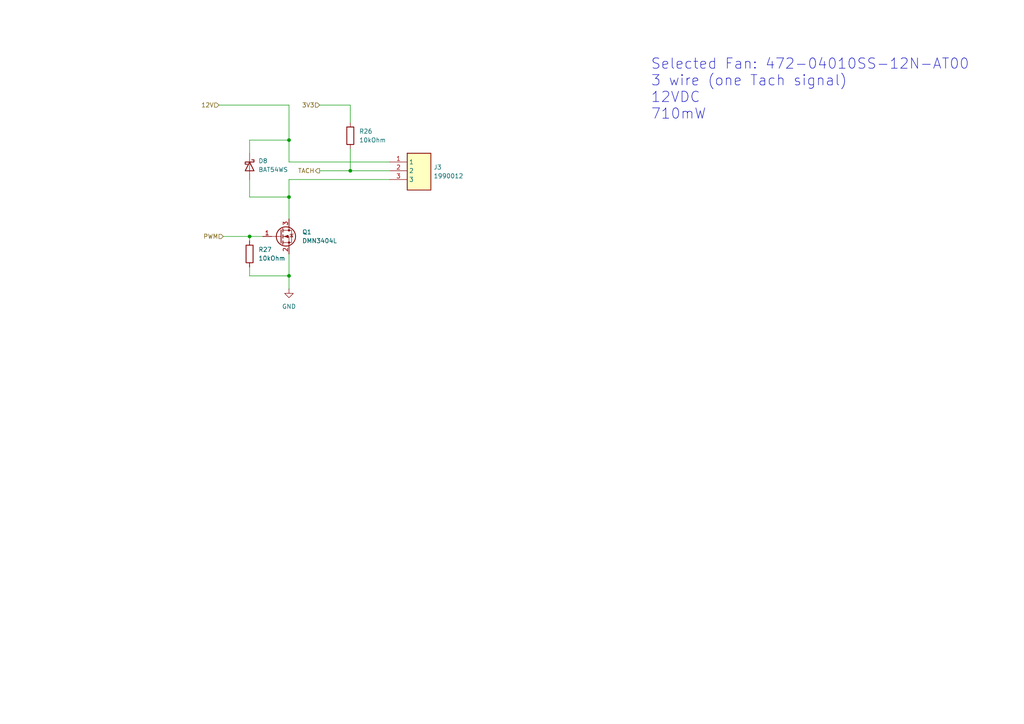
<source format=kicad_sch>
(kicad_sch (version 20231120) (generator "eeschema") (generator_version "8.0")
  (paper "A4")
  (lib_symbols
    (symbol "benediktibk:1990012"
      (property "Reference" "J" (at 16.51 7.62 0))
      (property "Value" "1990012" (at 16.51 5.08 0))
      (symbol "1990012_1_1"
        (rectangle (start 5.08 2.54) (end 11.938 -8.128) (stroke (width 0.254)) (fill (type background)))
        (pin passive line (at 0 0 0) (length 5.08) (name "1") (number "1"))
        (pin passive line (at 0 -2.54 0) (length 5.08) (name "2") (number "2"))
        (pin passive line (at 0 -5.08 0) (length 5.08) (name "3") (number "3"))
      )
    )
    (symbol "benediktibk:BAT54WS" (pin_numbers hide) (pin_names (offset 1.016) hide)
      (property "Reference" "D" (at 0 2.54 0))
      (property "Value" "BAT54WS" (at 0 -2.54 0))
      (symbol "BAT54WS_0_1"
        (polyline (pts (xy 1.27 0) (xy -1.27 0)))
        (polyline (pts (xy 1.27 1.27) (xy 1.27 -1.27) (xy -1.27 0) (xy 1.27 1.27)) (stroke (width 0.254)))
        (polyline (pts (xy -1.905 0.635) (xy -1.905 1.27) (xy -1.27 1.27) (xy -1.27 -1.27) (xy -0.635 -1.27) (xy -0.635 -0.635)) (stroke (width 0.254)))
      )
      (symbol "BAT54WS_1_1"
        (pin passive line (at -3.81 0 0) (length 2.54) (name "K") (number "1"))
        (pin passive line (at 3.81 0 180) (length 2.54) (name "A") (number "2"))
      )
    )
    (symbol "benediktibk:DMN3404L" (pin_names (offset 0) hide)
      (property "Reference" "Q" (at 5.08 1.27 0))
      (property "Value" "DMN3404L" (at 5.08 -1.27 0))
      (symbol "DMN3404L_0_1"
        (polyline (pts (xy 0.254 0) (xy -2.54 0)))
        (polyline (pts (xy 0.254 1.905) (xy 0.254 -1.905)) (stroke (width 0.254)))
        (polyline (pts (xy 0.762 -1.27) (xy 0.762 -2.286)) (stroke (width 0.254)))
        (polyline (pts (xy 0.762 0.508) (xy 0.762 -0.508)) (stroke (width 0.254)))
        (polyline (pts (xy 0.762 2.286) (xy 0.762 1.27)) (stroke (width 0.254)))
        (polyline (pts (xy 2.54 2.54) (xy 2.54 1.778)))
        (polyline (pts (xy 2.54 -2.54) (xy 2.54 0) (xy 0.762 0)))
        (polyline (pts (xy 0.762 1.778) (xy 3.302 1.778) (xy 3.302 -1.778) (xy 0.762 -1.778)))
        (polyline (pts (xy 1.27 0) (xy 2.286 0.381) (xy 2.286 -0.381) (xy 1.27 0)) (fill (type outline)))
        (polyline (pts (xy 2.794 0.508) (xy 2.921 0.635) (xy 3.683 0.635) (xy 3.81 0.762)))
        (polyline (pts (xy 3.302 0.508) (xy 2.921 -0.127) (xy 3.683 -0.127) (xy 3.302 0.508)))
        (circle (center 1.651 0) (radius 2.794) (stroke (width 0.254)))
        (circle (center 2.54 -1.778) (radius 0.254) (fill (type outline)))
        (circle (center 2.54 1.778) (radius 0.254) (fill (type outline)))
      )
      (symbol "DMN3404L_1_1"
        (pin input line (at -5.08 0 0) (length 2.54) (name "G") (number "1"))
        (pin passive line (at 2.54 -5.08 90) (length 2.54) (name "S") (number "2"))
        (pin passive line (at 2.54 5.08 270) (length 2.54) (name "D") (number "3"))
      )
    )
    (symbol "benediktibk:R_10kOhm_SMD_0603_100mW_1%" (pin_numbers hide) (pin_names (offset 0))
      (property "Reference" "R" (at 2.032 0 90))
      (property "Value" "R_10kOhm_SMD_0603_100mW_1%" (at -5.588 -1.016 90))
      (symbol "R_10kOhm_SMD_0603_100mW_1%_0_1"
        (rectangle (start -1.016 -2.54) (end 1.016 2.54) (stroke (width 0.254)))
      )
      (symbol "R_10kOhm_SMD_0603_100mW_1%_1_1"
        (pin passive line (at 0 3.81 270) (length 1.27) (name "~") (number "1"))
        (pin passive line (at 0 -3.81 90) (length 1.27) (name "~") (number "2"))
      )
    )
    (symbol "power:GND" (power) (pin_numbers hide) (pin_names (offset 0) hide)
      (property "Value" "GND" (at 0 -3.81 0))
      (symbol "GND_0_1"
        (polyline (pts (xy 0 0) (xy 0 -1.27) (xy 1.27 -1.27) (xy 0 -2.54) (xy -1.27 -1.27) (xy 0 -1.27)))
      )
      (symbol "GND_1_1"
        (pin power_in line (at 0 0 270) (length 0) (name "~") (number "1"))
      )
    )
  )
  (junction (at 101.6 49.53))
  (junction (at 72.39 68.58))
  (junction (at 83.82 80.01))
  (junction (at 83.82 57.15))
  (junction (at 83.82 40.64))
  (wire (pts (xy 72.39 52.07) (xy 72.39 57.15)))
  (wire (pts (xy 101.6 43.18) (xy 101.6 49.53)))
  (wire (pts (xy 83.82 46.99) (xy 113.03 46.99)))
  (wire (pts (xy 63.5 30.48) (xy 83.82 30.48)))
  (wire (pts (xy 83.82 80.01) (xy 83.82 83.82)))
  (wire (pts (xy 72.39 77.47) (xy 72.39 80.01)))
  (wire (pts (xy 101.6 30.48) (xy 92.71 30.48)))
  (wire (pts (xy 101.6 35.56) (xy 101.6 30.48)))
  (wire (pts (xy 83.82 40.64) (xy 83.82 46.99)))
  (wire (pts (xy 72.39 44.45) (xy 72.39 40.64)))
  (wire (pts (xy 64.77 68.58) (xy 72.39 68.58)))
  (wire (pts (xy 72.39 80.01) (xy 83.82 80.01)))
  (wire (pts (xy 72.39 68.58) (xy 72.39 69.85)))
  (wire (pts (xy 72.39 40.64) (xy 83.82 40.64)))
  (wire (pts (xy 83.82 30.48) (xy 83.82 40.64)))
  (wire (pts (xy 92.71 49.53) (xy 101.6 49.53)))
  (wire (pts (xy 72.39 68.58) (xy 76.2 68.58)))
  (wire (pts (xy 83.82 57.15) (xy 83.82 63.5)))
  (wire (pts (xy 101.6 49.53) (xy 113.03 49.53)))
  (wire (pts (xy 83.82 73.66) (xy 83.82 80.01)))
  (wire (pts (xy 83.82 52.07) (xy 83.82 57.15)))
  (wire (pts (xy 72.39 57.15) (xy 83.82 57.15)))
  (wire (pts (xy 113.03 52.07) (xy 83.82 52.07)))
  (text "Selected Fan: 472-04010SS-12N-AT00\n3 wire (one Tach signal)\n12VDC\n710mW" (at 188.722 25.908 0) (effects (font (size 3 3)) (justify left)))
  (hierarchical_label "TACH" (shape output) (at 92.71 49.53 180))
  (hierarchical_label "3V3" (shape input) (at 92.71 30.48 180))
  (hierarchical_label "PWM" (shape input) (at 64.77 68.58 180))
  (hierarchical_label "12V" (shape input) (at 63.5 30.48 180))
  (symbol (lib_id "benediktibk:DMN3404L") (at 81.28 68.58 0) (unit 1)
    (property "Reference" "Q1" (at 87.63 67.3099 0) (effects (justify left)))
    (property "Value" "DMN3404L" (at 87.63 69.8499 0) (effects (justify left)))
    (property "Footprint" "benediktibk:SOT-23" (effects (hide yes)))
    (property "Description" "n-MOSFET transistor, drain/gate/source" (effects (hide yes)))
    (property "RS order number" "751-4171" (effects (hide yes)))
    (property "Mouser Part Number" "621-DMN3404L-7" (effects (hide yes)))
  )
  (symbol (lib_id "benediktibk:1990012") (at 113.03 46.99 0) (unit 1)
    (property "Reference" "J3" (at 125.73 48.5139 0) (effects (justify left)))
    (property "Value" "1990012" (at 125.73 51.0539 0) (effects (justify left)))
    (property "Footprint" "benediktibk:1990012" (effects (hide yes)))
    (property "Datasheet" "https://datasheet.datasheetarchive.com/originals/distributors/SFDatasheet-2/sf-00059270.pdf" (effects (hide yes)))
    (property "Description" "PCB terminal block, nominal current: 2 A, rated voltage (III/2): 250 V, nominal cross section: 0.5 mm, number of potentials: 3, number of rows: 1, number of positions per row: 3, product range: PTSA 0,5, pitch: 2.5 mm, connection method: Push-in spring connection, mounting: Wave soldering, conductor/PCB connection direction: 45 , color: green, Pin layout: Zigzag pinning M, Solder pin [P]: 3.6 mm, number of solder pins per potential: 1, type of packaging: packed in cardboard. Offset soldering legs, two-row" (effects (hide yes)))
    (property "Height" "13" (effects (hide yes)))
    (property "Mouser Part Number" "651-1990012" (effects (hide yes)))
    (property "Mouser Price/Stock" "https://www.mouser.co.uk/ProductDetail/Phoenix-Contact/1990012?qs=sps7W%2FwBcGGWSVcoaRrR7w%3D%3D" (effects (hide yes)))
    (property "Manufacturer_Name" "Phoenix Contact" (effects (hide yes)))
    (property "Manufacturer_Part_Number" "1990012" (effects (hide yes)))
  )
  (symbol (lib_id "power:GND") (at 83.82 83.82 0) (unit 1)
    (property "Reference" "#PWR40" (effects (hide yes)))
    (property "Value" "GND" (at 83.82 88.9 0))
    (property "Description" "Power symbol creates a global label with name \"GND\" , ground" (effects (hide yes)))
  )
  (symbol (lib_id "benediktibk:BAT54WS") (at 72.39 48.26 270) (unit 1)
    (property "Reference" "D8" (at 74.93 46.6724 90) (effects (justify left)))
    (property "Value" "BAT54WS" (at 74.93 49.2124 90) (effects (justify left)))
    (property "Footprint" "benediktibk:D_SOD-323" (effects (hide yes)))
    (property "Description" "Schottky diode" (effects (hide yes)))
    (property "RS order number" "738-4844" (effects (hide yes)))
    (property "Mouser Part Number" "637-BAT54WS" (effects (hide yes)))
  )
  (symbol (lib_id "benediktibk:R_10kOhm_SMD_0603_100mW_1%") (at 101.6 39.37 0) (unit 1)
    (property "Reference" "R26" (at 104.14 38.0999 0) (effects (justify left)))
    (property "Value" "10kOhm" (at 104.14 40.6399 0) (effects (justify left)))
    (property "Footprint" "benediktibk:R_0603_1608Metric_Pad0.98x0.95mm_HandSolder" (effects (hide yes)))
    (property "Description" "Resistor" (effects (hide yes)))
    (property "RS order number" "125-1173" (effects (hide yes)))
    (property "Mouser Part Number" "652-CR0603FX-1002ELF" (effects (hide yes)))
  )
  (symbol (lib_id "benediktibk:R_10kOhm_SMD_0603_100mW_1%") (at 72.39 73.66 0) (unit 1)
    (property "Reference" "R27" (at 74.93 72.3899 0) (effects (justify left)))
    (property "Value" "10kOhm" (at 74.93 74.9299 0) (effects (justify left)))
    (property "Footprint" "benediktibk:R_0603_1608Metric_Pad0.98x0.95mm_HandSolder" (effects (hide yes)))
    (property "Description" "Resistor" (effects (hide yes)))
    (property "RS order number" "125-1173" (effects (hide yes)))
    (property "Mouser Part Number" "652-CR0603FX-1002ELF" (effects (hide yes)))
  )
)
</source>
